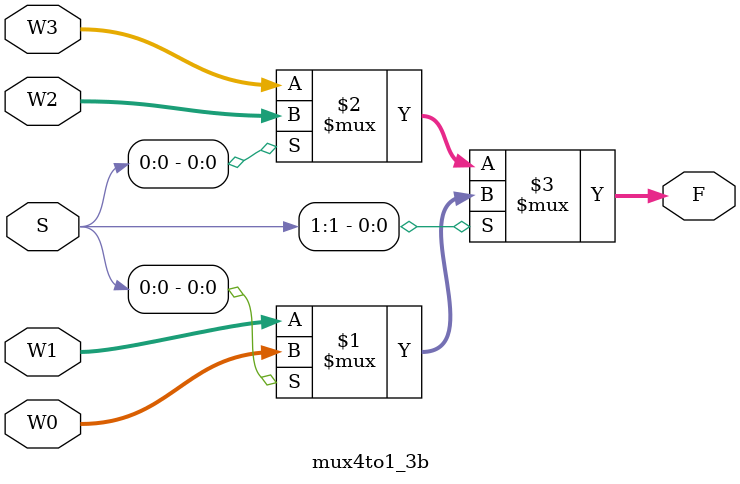
<source format=v>
module mux4to1_3b(F, W0, W1, W2, W3, S);
	
	input [2:0] W0, W1, W2, W3;
	input[1:0] S;
	output [2:0]F;
	
	assign F = S[1] ? (S[0] ? W0:W1) : (S[0] ? W2:W3);
	
endmodule

</source>
